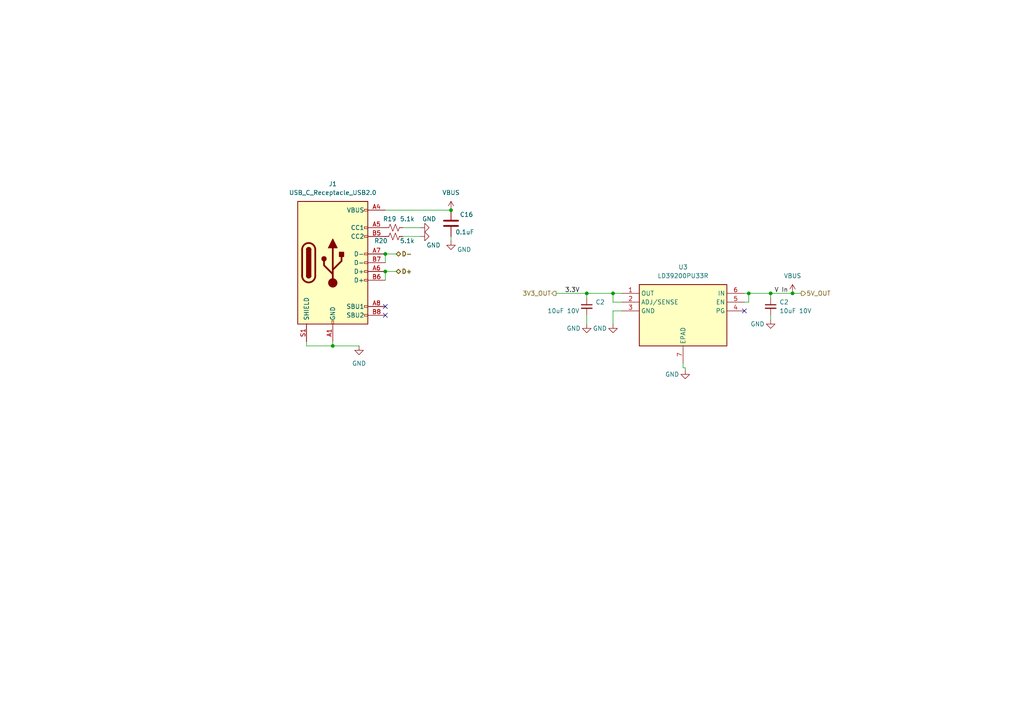
<source format=kicad_sch>
(kicad_sch (version 20230121) (generator eeschema)

  (uuid a0e599ec-1a45-4b6f-a69a-c91e8484885c)

  (paper "A4")

  (lib_symbols
    (symbol "Connector:USB_C_Receptacle_USB2.0" (pin_names (offset 1.016)) (in_bom yes) (on_board yes)
      (property "Reference" "J" (at -10.16 19.05 0)
        (effects (font (size 1.27 1.27)) (justify left))
      )
      (property "Value" "USB_C_Receptacle_USB2.0" (at 19.05 19.05 0)
        (effects (font (size 1.27 1.27)) (justify right))
      )
      (property "Footprint" "" (at 3.81 0 0)
        (effects (font (size 1.27 1.27)) hide)
      )
      (property "Datasheet" "https://www.usb.org/sites/default/files/documents/usb_type-c.zip" (at 3.81 0 0)
        (effects (font (size 1.27 1.27)) hide)
      )
      (property "ki_keywords" "usb universal serial bus type-C USB2.0" (at 0 0 0)
        (effects (font (size 1.27 1.27)) hide)
      )
      (property "ki_description" "USB 2.0-only Type-C Receptacle connector" (at 0 0 0)
        (effects (font (size 1.27 1.27)) hide)
      )
      (property "ki_fp_filters" "USB*C*Receptacle*" (at 0 0 0)
        (effects (font (size 1.27 1.27)) hide)
      )
      (symbol "USB_C_Receptacle_USB2.0_0_0"
        (rectangle (start -0.254 -17.78) (end 0.254 -16.764)
          (stroke (width 0) (type default))
          (fill (type none))
        )
        (rectangle (start 10.16 -14.986) (end 9.144 -15.494)
          (stroke (width 0) (type default))
          (fill (type none))
        )
        (rectangle (start 10.16 -12.446) (end 9.144 -12.954)
          (stroke (width 0) (type default))
          (fill (type none))
        )
        (rectangle (start 10.16 -4.826) (end 9.144 -5.334)
          (stroke (width 0) (type default))
          (fill (type none))
        )
        (rectangle (start 10.16 -2.286) (end 9.144 -2.794)
          (stroke (width 0) (type default))
          (fill (type none))
        )
        (rectangle (start 10.16 0.254) (end 9.144 -0.254)
          (stroke (width 0) (type default))
          (fill (type none))
        )
        (rectangle (start 10.16 2.794) (end 9.144 2.286)
          (stroke (width 0) (type default))
          (fill (type none))
        )
        (rectangle (start 10.16 7.874) (end 9.144 7.366)
          (stroke (width 0) (type default))
          (fill (type none))
        )
        (rectangle (start 10.16 10.414) (end 9.144 9.906)
          (stroke (width 0) (type default))
          (fill (type none))
        )
        (rectangle (start 10.16 15.494) (end 9.144 14.986)
          (stroke (width 0) (type default))
          (fill (type none))
        )
      )
      (symbol "USB_C_Receptacle_USB2.0_0_1"
        (rectangle (start -10.16 17.78) (end 10.16 -17.78)
          (stroke (width 0.254) (type default))
          (fill (type background))
        )
        (arc (start -8.89 -3.81) (mid -6.985 -5.7067) (end -5.08 -3.81)
          (stroke (width 0.508) (type default))
          (fill (type none))
        )
        (arc (start -7.62 -3.81) (mid -6.985 -4.4423) (end -6.35 -3.81)
          (stroke (width 0.254) (type default))
          (fill (type none))
        )
        (arc (start -7.62 -3.81) (mid -6.985 -4.4423) (end -6.35 -3.81)
          (stroke (width 0.254) (type default))
          (fill (type outline))
        )
        (rectangle (start -7.62 -3.81) (end -6.35 3.81)
          (stroke (width 0.254) (type default))
          (fill (type outline))
        )
        (arc (start -6.35 3.81) (mid -6.985 4.4423) (end -7.62 3.81)
          (stroke (width 0.254) (type default))
          (fill (type none))
        )
        (arc (start -6.35 3.81) (mid -6.985 4.4423) (end -7.62 3.81)
          (stroke (width 0.254) (type default))
          (fill (type outline))
        )
        (arc (start -5.08 3.81) (mid -6.985 5.7067) (end -8.89 3.81)
          (stroke (width 0.508) (type default))
          (fill (type none))
        )
        (circle (center -2.54 1.143) (radius 0.635)
          (stroke (width 0.254) (type default))
          (fill (type outline))
        )
        (circle (center 0 -5.842) (radius 1.27)
          (stroke (width 0) (type default))
          (fill (type outline))
        )
        (polyline
          (pts
            (xy -8.89 -3.81)
            (xy -8.89 3.81)
          )
          (stroke (width 0.508) (type default))
          (fill (type none))
        )
        (polyline
          (pts
            (xy -5.08 3.81)
            (xy -5.08 -3.81)
          )
          (stroke (width 0.508) (type default))
          (fill (type none))
        )
        (polyline
          (pts
            (xy 0 -5.842)
            (xy 0 4.318)
          )
          (stroke (width 0.508) (type default))
          (fill (type none))
        )
        (polyline
          (pts
            (xy 0 -3.302)
            (xy -2.54 -0.762)
            (xy -2.54 0.508)
          )
          (stroke (width 0.508) (type default))
          (fill (type none))
        )
        (polyline
          (pts
            (xy 0 -2.032)
            (xy 2.54 0.508)
            (xy 2.54 1.778)
          )
          (stroke (width 0.508) (type default))
          (fill (type none))
        )
        (polyline
          (pts
            (xy -1.27 4.318)
            (xy 0 6.858)
            (xy 1.27 4.318)
            (xy -1.27 4.318)
          )
          (stroke (width 0.254) (type default))
          (fill (type outline))
        )
        (rectangle (start 1.905 1.778) (end 3.175 3.048)
          (stroke (width 0.254) (type default))
          (fill (type outline))
        )
      )
      (symbol "USB_C_Receptacle_USB2.0_1_1"
        (pin passive line (at 0 -22.86 90) (length 5.08)
          (name "GND" (effects (font (size 1.27 1.27))))
          (number "A1" (effects (font (size 1.27 1.27))))
        )
        (pin passive line (at 0 -22.86 90) (length 5.08) hide
          (name "GND" (effects (font (size 1.27 1.27))))
          (number "A12" (effects (font (size 1.27 1.27))))
        )
        (pin passive line (at 15.24 15.24 180) (length 5.08)
          (name "VBUS" (effects (font (size 1.27 1.27))))
          (number "A4" (effects (font (size 1.27 1.27))))
        )
        (pin bidirectional line (at 15.24 10.16 180) (length 5.08)
          (name "CC1" (effects (font (size 1.27 1.27))))
          (number "A5" (effects (font (size 1.27 1.27))))
        )
        (pin bidirectional line (at 15.24 -2.54 180) (length 5.08)
          (name "D+" (effects (font (size 1.27 1.27))))
          (number "A6" (effects (font (size 1.27 1.27))))
        )
        (pin bidirectional line (at 15.24 2.54 180) (length 5.08)
          (name "D-" (effects (font (size 1.27 1.27))))
          (number "A7" (effects (font (size 1.27 1.27))))
        )
        (pin bidirectional line (at 15.24 -12.7 180) (length 5.08)
          (name "SBU1" (effects (font (size 1.27 1.27))))
          (number "A8" (effects (font (size 1.27 1.27))))
        )
        (pin passive line (at 15.24 15.24 180) (length 5.08) hide
          (name "VBUS" (effects (font (size 1.27 1.27))))
          (number "A9" (effects (font (size 1.27 1.27))))
        )
        (pin passive line (at 0 -22.86 90) (length 5.08) hide
          (name "GND" (effects (font (size 1.27 1.27))))
          (number "B1" (effects (font (size 1.27 1.27))))
        )
        (pin passive line (at 0 -22.86 90) (length 5.08) hide
          (name "GND" (effects (font (size 1.27 1.27))))
          (number "B12" (effects (font (size 1.27 1.27))))
        )
        (pin passive line (at 15.24 15.24 180) (length 5.08) hide
          (name "VBUS" (effects (font (size 1.27 1.27))))
          (number "B4" (effects (font (size 1.27 1.27))))
        )
        (pin bidirectional line (at 15.24 7.62 180) (length 5.08)
          (name "CC2" (effects (font (size 1.27 1.27))))
          (number "B5" (effects (font (size 1.27 1.27))))
        )
        (pin bidirectional line (at 15.24 -5.08 180) (length 5.08)
          (name "D+" (effects (font (size 1.27 1.27))))
          (number "B6" (effects (font (size 1.27 1.27))))
        )
        (pin bidirectional line (at 15.24 0 180) (length 5.08)
          (name "D-" (effects (font (size 1.27 1.27))))
          (number "B7" (effects (font (size 1.27 1.27))))
        )
        (pin bidirectional line (at 15.24 -15.24 180) (length 5.08)
          (name "SBU2" (effects (font (size 1.27 1.27))))
          (number "B8" (effects (font (size 1.27 1.27))))
        )
        (pin passive line (at 15.24 15.24 180) (length 5.08) hide
          (name "VBUS" (effects (font (size 1.27 1.27))))
          (number "B9" (effects (font (size 1.27 1.27))))
        )
        (pin passive line (at -7.62 -22.86 90) (length 5.08)
          (name "SHIELD" (effects (font (size 1.27 1.27))))
          (number "S1" (effects (font (size 1.27 1.27))))
        )
      )
    )
    (symbol "Device:C" (pin_numbers hide) (pin_names (offset 0.254)) (in_bom yes) (on_board yes)
      (property "Reference" "C" (at 0.635 2.54 0)
        (effects (font (size 1.27 1.27)) (justify left))
      )
      (property "Value" "C" (at 0.635 -2.54 0)
        (effects (font (size 1.27 1.27)) (justify left))
      )
      (property "Footprint" "" (at 0.9652 -3.81 0)
        (effects (font (size 1.27 1.27)) hide)
      )
      (property "Datasheet" "~" (at 0 0 0)
        (effects (font (size 1.27 1.27)) hide)
      )
      (property "ki_keywords" "cap capacitor" (at 0 0 0)
        (effects (font (size 1.27 1.27)) hide)
      )
      (property "ki_description" "Unpolarized capacitor" (at 0 0 0)
        (effects (font (size 1.27 1.27)) hide)
      )
      (property "ki_fp_filters" "C_*" (at 0 0 0)
        (effects (font (size 1.27 1.27)) hide)
      )
      (symbol "C_0_1"
        (polyline
          (pts
            (xy -2.032 -0.762)
            (xy 2.032 -0.762)
          )
          (stroke (width 0.508) (type default))
          (fill (type none))
        )
        (polyline
          (pts
            (xy -2.032 0.762)
            (xy 2.032 0.762)
          )
          (stroke (width 0.508) (type default))
          (fill (type none))
        )
      )
      (symbol "C_1_1"
        (pin passive line (at 0 3.81 270) (length 2.794)
          (name "~" (effects (font (size 1.27 1.27))))
          (number "1" (effects (font (size 1.27 1.27))))
        )
        (pin passive line (at 0 -3.81 90) (length 2.794)
          (name "~" (effects (font (size 1.27 1.27))))
          (number "2" (effects (font (size 1.27 1.27))))
        )
      )
    )
    (symbol "Device:C_Small" (pin_numbers hide) (pin_names (offset 0.254) hide) (in_bom yes) (on_board yes)
      (property "Reference" "C" (at 0.254 1.778 0)
        (effects (font (size 1.27 1.27)) (justify left))
      )
      (property "Value" "C_Small" (at 0.254 -2.032 0)
        (effects (font (size 1.27 1.27)) (justify left))
      )
      (property "Footprint" "" (at 0 0 0)
        (effects (font (size 1.27 1.27)) hide)
      )
      (property "Datasheet" "~" (at 0 0 0)
        (effects (font (size 1.27 1.27)) hide)
      )
      (property "ki_keywords" "capacitor cap" (at 0 0 0)
        (effects (font (size 1.27 1.27)) hide)
      )
      (property "ki_description" "Unpolarized capacitor, small symbol" (at 0 0 0)
        (effects (font (size 1.27 1.27)) hide)
      )
      (property "ki_fp_filters" "C_*" (at 0 0 0)
        (effects (font (size 1.27 1.27)) hide)
      )
      (symbol "C_Small_0_1"
        (polyline
          (pts
            (xy -1.524 -0.508)
            (xy 1.524 -0.508)
          )
          (stroke (width 0.3302) (type default))
          (fill (type none))
        )
        (polyline
          (pts
            (xy -1.524 0.508)
            (xy 1.524 0.508)
          )
          (stroke (width 0.3048) (type default))
          (fill (type none))
        )
      )
      (symbol "C_Small_1_1"
        (pin passive line (at 0 2.54 270) (length 2.032)
          (name "~" (effects (font (size 1.27 1.27))))
          (number "1" (effects (font (size 1.27 1.27))))
        )
        (pin passive line (at 0 -2.54 90) (length 2.032)
          (name "~" (effects (font (size 1.27 1.27))))
          (number "2" (effects (font (size 1.27 1.27))))
        )
      )
    )
    (symbol "Device:R_Small_US" (pin_numbers hide) (pin_names (offset 0.254) hide) (in_bom yes) (on_board yes)
      (property "Reference" "R" (at 0.762 0.508 0)
        (effects (font (size 1.27 1.27)) (justify left))
      )
      (property "Value" "R_Small_US" (at 0.762 -1.016 0)
        (effects (font (size 1.27 1.27)) (justify left))
      )
      (property "Footprint" "" (at 0 0 0)
        (effects (font (size 1.27 1.27)) hide)
      )
      (property "Datasheet" "~" (at 0 0 0)
        (effects (font (size 1.27 1.27)) hide)
      )
      (property "ki_keywords" "r resistor" (at 0 0 0)
        (effects (font (size 1.27 1.27)) hide)
      )
      (property "ki_description" "Resistor, small US symbol" (at 0 0 0)
        (effects (font (size 1.27 1.27)) hide)
      )
      (property "ki_fp_filters" "R_*" (at 0 0 0)
        (effects (font (size 1.27 1.27)) hide)
      )
      (symbol "R_Small_US_1_1"
        (polyline
          (pts
            (xy 0 0)
            (xy 1.016 -0.381)
            (xy 0 -0.762)
            (xy -1.016 -1.143)
            (xy 0 -1.524)
          )
          (stroke (width 0) (type default))
          (fill (type none))
        )
        (polyline
          (pts
            (xy 0 1.524)
            (xy 1.016 1.143)
            (xy 0 0.762)
            (xy -1.016 0.381)
            (xy 0 0)
          )
          (stroke (width 0) (type default))
          (fill (type none))
        )
        (pin passive line (at 0 2.54 270) (length 1.016)
          (name "~" (effects (font (size 1.27 1.27))))
          (number "1" (effects (font (size 1.27 1.27))))
        )
        (pin passive line (at 0 -2.54 90) (length 1.016)
          (name "~" (effects (font (size 1.27 1.27))))
          (number "2" (effects (font (size 1.27 1.27))))
        )
      )
    )
    (symbol "SamacSys Downloaded:LD39200PU33R" (in_bom yes) (on_board yes)
      (property "Reference" "IC" (at 31.75 7.62 0)
        (effects (font (size 1.27 1.27)) (justify left top))
      )
      (property "Value" "LD39200PU33R" (at 31.75 5.08 0)
        (effects (font (size 1.27 1.27)) (justify left top))
      )
      (property "Footprint" "SON95P300X300X100-7N-D" (at 31.75 -94.92 0)
        (effects (font (size 1.27 1.27)) (justify left top) hide)
      )
      (property "Datasheet" "https://www.st.com/resource/en/datasheet/ld39200.pdf" (at 31.75 -194.92 0)
        (effects (font (size 1.27 1.27)) (justify left top) hide)
      )
      (property "Height" "1" (at 31.75 -394.92 0)
        (effects (font (size 1.27 1.27)) (justify left top) hide)
      )
      (property "Mouser Part Number" "511-LD39200PU33R" (at 31.75 -494.92 0)
        (effects (font (size 1.27 1.27)) (justify left top) hide)
      )
      (property "Mouser Price/Stock" "https://www.mouser.co.uk/ProductDetail/STMicroelectronics/LD39200PU33R?qs=WHlX%252B%252B9%2FRwAl6%2FJDqRS1uw%3D%3D" (at 31.75 -594.92 0)
        (effects (font (size 1.27 1.27)) (justify left top) hide)
      )
      (property "Manufacturer_Name" "STMicroelectronics" (at 31.75 -694.92 0)
        (effects (font (size 1.27 1.27)) (justify left top) hide)
      )
      (property "Manufacturer_Part_Number" "LD39200PU33R" (at 31.75 -794.92 0)
        (effects (font (size 1.27 1.27)) (justify left top) hide)
      )
      (property "ki_description" "LDO Voltage Regulators 2 A high PSRR ultra low drop linear regulator with reverse current protection" (at 0 0 0)
        (effects (font (size 1.27 1.27)) hide)
      )
      (symbol "LD39200PU33R_1_1"
        (rectangle (start 5.08 2.54) (end 30.48 -15.24)
          (stroke (width 0.254) (type default))
          (fill (type background))
        )
        (pin passive line (at 0 0 0) (length 5.08)
          (name "OUT" (effects (font (size 1.27 1.27))))
          (number "1" (effects (font (size 1.27 1.27))))
        )
        (pin passive line (at 0 -2.54 0) (length 5.08)
          (name "ADJ/SENSE" (effects (font (size 1.27 1.27))))
          (number "2" (effects (font (size 1.27 1.27))))
        )
        (pin passive line (at 0 -5.08 0) (length 5.08)
          (name "GND" (effects (font (size 1.27 1.27))))
          (number "3" (effects (font (size 1.27 1.27))))
        )
        (pin passive line (at 35.56 -5.08 180) (length 5.08)
          (name "PG" (effects (font (size 1.27 1.27))))
          (number "4" (effects (font (size 1.27 1.27))))
        )
        (pin passive line (at 35.56 -2.54 180) (length 5.08)
          (name "EN" (effects (font (size 1.27 1.27))))
          (number "5" (effects (font (size 1.27 1.27))))
        )
        (pin passive line (at 35.56 0 180) (length 5.08)
          (name "IN" (effects (font (size 1.27 1.27))))
          (number "6" (effects (font (size 1.27 1.27))))
        )
        (pin passive line (at 17.78 -20.32 90) (length 5.08)
          (name "EPAD" (effects (font (size 1.27 1.27))))
          (number "7" (effects (font (size 1.27 1.27))))
        )
      )
    )
    (symbol "power:GND" (power) (pin_names (offset 0)) (in_bom yes) (on_board yes)
      (property "Reference" "#PWR" (at 0 -6.35 0)
        (effects (font (size 1.27 1.27)) hide)
      )
      (property "Value" "GND" (at 0 -3.81 0)
        (effects (font (size 1.27 1.27)))
      )
      (property "Footprint" "" (at 0 0 0)
        (effects (font (size 1.27 1.27)) hide)
      )
      (property "Datasheet" "" (at 0 0 0)
        (effects (font (size 1.27 1.27)) hide)
      )
      (property "ki_keywords" "global power" (at 0 0 0)
        (effects (font (size 1.27 1.27)) hide)
      )
      (property "ki_description" "Power symbol creates a global label with name \"GND\" , ground" (at 0 0 0)
        (effects (font (size 1.27 1.27)) hide)
      )
      (symbol "GND_0_1"
        (polyline
          (pts
            (xy 0 0)
            (xy 0 -1.27)
            (xy 1.27 -1.27)
            (xy 0 -2.54)
            (xy -1.27 -1.27)
            (xy 0 -1.27)
          )
          (stroke (width 0) (type default))
          (fill (type none))
        )
      )
      (symbol "GND_1_1"
        (pin power_in line (at 0 0 270) (length 0) hide
          (name "GND" (effects (font (size 1.27 1.27))))
          (number "1" (effects (font (size 1.27 1.27))))
        )
      )
    )
    (symbol "power:VBUS" (power) (pin_names (offset 0)) (in_bom yes) (on_board yes)
      (property "Reference" "#PWR" (at 0 -3.81 0)
        (effects (font (size 1.27 1.27)) hide)
      )
      (property "Value" "VBUS" (at 0 3.81 0)
        (effects (font (size 1.27 1.27)))
      )
      (property "Footprint" "" (at 0 0 0)
        (effects (font (size 1.27 1.27)) hide)
      )
      (property "Datasheet" "" (at 0 0 0)
        (effects (font (size 1.27 1.27)) hide)
      )
      (property "ki_keywords" "global power" (at 0 0 0)
        (effects (font (size 1.27 1.27)) hide)
      )
      (property "ki_description" "Power symbol creates a global label with name \"VBUS\"" (at 0 0 0)
        (effects (font (size 1.27 1.27)) hide)
      )
      (symbol "VBUS_0_1"
        (polyline
          (pts
            (xy -0.762 1.27)
            (xy 0 2.54)
          )
          (stroke (width 0) (type default))
          (fill (type none))
        )
        (polyline
          (pts
            (xy 0 0)
            (xy 0 2.54)
          )
          (stroke (width 0) (type default))
          (fill (type none))
        )
        (polyline
          (pts
            (xy 0 2.54)
            (xy 0.762 1.27)
          )
          (stroke (width 0) (type default))
          (fill (type none))
        )
      )
      (symbol "VBUS_1_1"
        (pin power_in line (at 0 0 90) (length 0) hide
          (name "VBUS" (effects (font (size 1.27 1.27))))
          (number "1" (effects (font (size 1.27 1.27))))
        )
      )
    )
  )

  (junction (at 177.8 85.09) (diameter 0) (color 0 0 0 0)
    (uuid 2290b6a2-5fc3-433f-ade9-9131648b863e)
  )
  (junction (at 111.76 73.66) (diameter 0) (color 0 0 0 0)
    (uuid 303cff81-30d7-4636-ab11-13ab2676c1b1)
  )
  (junction (at 170.18 85.09) (diameter 0) (color 0 0 0 0)
    (uuid 477acef4-8c11-4c3e-a0f1-ec67604a7709)
  )
  (junction (at 229.87 85.09) (diameter 0) (color 0 0 0 0)
    (uuid 6fa21f56-e635-4232-9fbb-94b392394d2d)
  )
  (junction (at 217.17 85.09) (diameter 0) (color 0 0 0 0)
    (uuid 7170ad97-a2dc-4ea3-a779-e44163d84eb0)
  )
  (junction (at 130.81 60.96) (diameter 0) (color 0 0 0 0)
    (uuid 98074f87-8571-4240-a891-7090c97710f9)
  )
  (junction (at 111.76 78.74) (diameter 0) (color 0 0 0 0)
    (uuid c793bd99-8679-48b7-a4ed-09ef916dc374)
  )
  (junction (at 96.52 100.33) (diameter 0) (color 0 0 0 0)
    (uuid e0cd3ca4-a9ef-475f-9524-3d1b39195177)
  )
  (junction (at 223.52 85.09) (diameter 0) (color 0 0 0 0)
    (uuid e926a9c5-6fab-40b7-b767-d3afeaf4fbcc)
  )

  (no_connect (at 111.76 91.44) (uuid 80c83373-6e57-4f6e-b781-334b43225708))
  (no_connect (at 215.9 90.17) (uuid c3257f24-858b-4e0c-a67d-c69e4673dc76))
  (no_connect (at 111.76 88.9) (uuid d0c402bd-16c4-4baa-86e7-d34ca3ca9f58))

  (wire (pts (xy 217.17 87.63) (xy 217.17 85.09))
    (stroke (width 0) (type default))
    (uuid 09e03e18-3a3b-4480-a47d-ed96b3869704)
  )
  (wire (pts (xy 223.52 85.09) (xy 229.87 85.09))
    (stroke (width 0) (type default))
    (uuid 0bc26662-eba5-4788-92f8-0e58f73be5c6)
  )
  (wire (pts (xy 114.935 73.66) (xy 111.76 73.66))
    (stroke (width 0) (type default))
    (uuid 13584fc7-dec9-4060-a553-2ea886b61fc2)
  )
  (wire (pts (xy 111.76 60.96) (xy 130.81 60.96))
    (stroke (width 0) (type default))
    (uuid 1826c6fb-1b1d-434d-919b-202395d05011)
  )
  (wire (pts (xy 88.9 100.33) (xy 96.52 100.33))
    (stroke (width 0) (type default))
    (uuid 23f09c55-4110-4d1f-86bb-017c33069554)
  )
  (wire (pts (xy 223.52 91.44) (xy 223.52 92.71))
    (stroke (width 0) (type default))
    (uuid 2576b6dc-dc2b-4b4b-9423-a4402c443599)
  )
  (wire (pts (xy 229.87 85.09) (xy 232.41 85.09))
    (stroke (width 0) (type default))
    (uuid 274391f3-232a-49d7-85b7-5ed304025cc7)
  )
  (wire (pts (xy 177.8 93.98) (xy 177.8 90.17))
    (stroke (width 0) (type default))
    (uuid 28453010-89a0-4072-a313-c8f95a8408e3)
  )
  (wire (pts (xy 198.755 106.68) (xy 198.755 107.315))
    (stroke (width 0) (type default))
    (uuid 2cc40fc7-4203-4c87-a45a-d549eb00fe9e)
  )
  (wire (pts (xy 177.8 90.17) (xy 180.34 90.17))
    (stroke (width 0) (type default))
    (uuid 2d0da11c-02d0-4c2b-b4bb-f5485ffbaf94)
  )
  (wire (pts (xy 111.76 78.74) (xy 111.76 81.28))
    (stroke (width 0) (type default))
    (uuid 36fe5f12-61c9-4419-bba9-3d0f598a8a1d)
  )
  (wire (pts (xy 96.52 100.33) (xy 104.14 100.33))
    (stroke (width 0) (type default))
    (uuid 3e99ad6e-0d10-47bc-b670-e270db2bdf64)
  )
  (wire (pts (xy 215.9 87.63) (xy 217.17 87.63))
    (stroke (width 0) (type default))
    (uuid 4a8d83b6-e5dc-485a-b950-4e965b377d65)
  )
  (wire (pts (xy 130.81 68.58) (xy 130.81 69.85))
    (stroke (width 0) (type default))
    (uuid 5e15260a-8086-4612-a8bf-dd38899f62d1)
  )
  (wire (pts (xy 180.34 87.63) (xy 177.8 87.63))
    (stroke (width 0) (type default))
    (uuid 5f82aff5-80cc-4763-8363-f08359347700)
  )
  (wire (pts (xy 177.8 85.09) (xy 177.8 87.63))
    (stroke (width 0) (type default))
    (uuid 6a55ad7e-c5e8-4919-96d4-5c90ad92580a)
  )
  (wire (pts (xy 121.92 68.58) (xy 116.84 68.58))
    (stroke (width 0) (type default))
    (uuid 6f7f8729-fb14-454f-ba73-8b027d1c3d7e)
  )
  (wire (pts (xy 96.52 99.06) (xy 96.52 100.33))
    (stroke (width 0) (type default))
    (uuid 7846b0a6-28d5-4f2b-a3cf-325f786bc038)
  )
  (wire (pts (xy 88.9 99.06) (xy 88.9 100.33))
    (stroke (width 0) (type default))
    (uuid 7b09d259-11d4-4f0f-9feb-6b4176a26232)
  )
  (wire (pts (xy 198.12 106.68) (xy 198.755 106.68))
    (stroke (width 0) (type default))
    (uuid 7ff1fda1-db1d-4af4-a903-25279da9a24d)
  )
  (wire (pts (xy 217.17 85.09) (xy 223.52 85.09))
    (stroke (width 0) (type default))
    (uuid 82dbbbf5-378f-445a-9b65-36d831cdd96c)
  )
  (wire (pts (xy 170.18 85.09) (xy 177.8 85.09))
    (stroke (width 0) (type default))
    (uuid a8f2093f-976c-497d-81fa-d6d0ca603f42)
  )
  (wire (pts (xy 177.8 85.09) (xy 180.34 85.09))
    (stroke (width 0) (type default))
    (uuid a9be00aa-894b-4223-89a6-f912f75efcc0)
  )
  (wire (pts (xy 111.76 73.66) (xy 111.76 76.2))
    (stroke (width 0) (type default))
    (uuid aaaafac5-813e-4cdf-9099-e8f80f585e91)
  )
  (wire (pts (xy 223.52 86.36) (xy 223.52 85.09))
    (stroke (width 0) (type default))
    (uuid bd29ef4e-0910-4a08-abb4-a154890b29a3)
  )
  (wire (pts (xy 161.29 85.09) (xy 170.18 85.09))
    (stroke (width 0) (type default))
    (uuid e0e9cbf0-496e-41b3-aa2a-6a3099577cda)
  )
  (wire (pts (xy 170.18 85.09) (xy 170.18 86.36))
    (stroke (width 0) (type default))
    (uuid e19f17d4-a97e-4d6b-9f3b-800c73b6808e)
  )
  (wire (pts (xy 198.12 105.41) (xy 198.12 106.68))
    (stroke (width 0) (type default))
    (uuid e83c5e20-20d5-421b-a195-80a6707f0040)
  )
  (wire (pts (xy 121.92 66.04) (xy 116.84 66.04))
    (stroke (width 0) (type default))
    (uuid e8942a53-821e-4888-b937-a7f9185e3eb1)
  )
  (wire (pts (xy 170.18 91.44) (xy 170.18 93.98))
    (stroke (width 0) (type default))
    (uuid ea44db2c-1566-47d2-817b-59fae9e1b2ba)
  )
  (wire (pts (xy 215.9 85.09) (xy 217.17 85.09))
    (stroke (width 0) (type default))
    (uuid eabb94f7-62a8-4ed3-bd26-22719fd10fbc)
  )
  (wire (pts (xy 114.935 78.74) (xy 111.76 78.74))
    (stroke (width 0) (type default))
    (uuid efe65fd3-f6e4-4972-bb5b-afda0689b1f6)
  )

  (label "3.3V" (at 163.83 85.09 0) (fields_autoplaced)
    (effects (font (size 1.27 1.27)) (justify left bottom))
    (uuid d9f0bef7-6744-48fa-9e53-bd93c525e7ee)
  )
  (label "V In" (at 228.6 85.09 180) (fields_autoplaced)
    (effects (font (size 1.27 1.27)) (justify right bottom))
    (uuid e589f2a1-0927-4769-a17f-38c02af22267)
  )

  (hierarchical_label "5V_OUT" (shape output) (at 232.41 85.09 0) (fields_autoplaced)
    (effects (font (size 1.27 1.27)) (justify left))
    (uuid 5539ab7f-fc20-405c-a504-4872d904ce21)
  )
  (hierarchical_label "D-" (shape bidirectional) (at 114.935 73.66 0) (fields_autoplaced)
    (effects (font (size 1.27 1.27) bold) (justify left))
    (uuid a0903a4b-a05c-4cf4-b15d-962c5729313e)
  )
  (hierarchical_label "3V3_OUT" (shape output) (at 161.29 85.09 180) (fields_autoplaced)
    (effects (font (size 1.27 1.27)) (justify right))
    (uuid a22127b8-65d1-4925-b4af-3229cb309375)
  )
  (hierarchical_label "D+" (shape bidirectional) (at 114.935 78.74 0) (fields_autoplaced)
    (effects (font (size 1.27 1.27) bold) (justify left))
    (uuid c586dfc8-95fd-4de4-9123-4015243fbce6)
  )

  (symbol (lib_id "power:GND") (at 223.52 92.71 0) (unit 1)
    (in_bom yes) (on_board yes) (dnp no)
    (uuid 1ff313e0-1be0-430d-b90b-abc41f85c4c9)
    (property "Reference" "#PWR042" (at 223.52 99.06 0)
      (effects (font (size 1.27 1.27)) hide)
    )
    (property "Value" "GND" (at 219.71 93.98 0)
      (effects (font (size 1.27 1.27)))
    )
    (property "Footprint" "" (at 223.52 92.71 0)
      (effects (font (size 1.27 1.27)) hide)
    )
    (property "Datasheet" "" (at 223.52 92.71 0)
      (effects (font (size 1.27 1.27)) hide)
    )
    (pin "1" (uuid f0128e12-54a4-4a58-ae95-2b6ad370849e))
    (instances
      (project "Data extraction board"
        (path "/7a131ccb-a781-403a-9e17-1d8c045ea2ab/b83f828d-8924-47a8-9973-1d5b448042ec"
          (reference "#PWR042") (unit 1)
        )
      )
      (project "HUB BasePlate"
        (path "/b69ee5fa-55c1-4f8c-90c9-854eacf817c2/c9838b1c-76cb-4879-8d84-301237ecf7c2"
          (reference "#PWR013") (unit 1)
        )
      )
      (project "sensor head test rig"
        (path "/bde774cb-3387-4e7e-9d4e-e526a502bc45/d0e1b18f-0290-4640-8149-6b09e91fa57f"
          (reference "#PWR041") (unit 1)
        )
      )
      (project "HUB TopPlate"
        (path "/c3cbbee3-62b6-4309-a9e2-deb50ed32fa7/28ef2b93-98bd-4f21-9bca-1d6992b20de5"
          (reference "#PWR060") (unit 1)
        )
      )
      (project "VTM BLOCK"
        (path "/df24e1c9-3747-4329-91ef-e2f1f69ff31e"
          (reference "#PWR013") (unit 1)
        )
      )
      (project "Power"
        (path "/edc6ea62-5793-41d7-a349-f48df7d7e88d"
          (reference "#PWR042") (unit 1)
        )
      )
    )
  )

  (symbol (lib_id "Connector:USB_C_Receptacle_USB2.0") (at 96.52 76.2 0) (unit 1)
    (in_bom yes) (on_board yes) (dnp no) (fields_autoplaced)
    (uuid 2bc7ee52-8a6b-4818-bd7a-72804511fd85)
    (property "Reference" "J1" (at 96.52 53.34 0)
      (effects (font (size 1.27 1.27)))
    )
    (property "Value" "USB_C_Receptacle_USB2.0" (at 96.52 55.88 0)
      (effects (font (size 1.27 1.27)))
    )
    (property "Footprint" "Connector_USB:USB_C_Receptacle_HRO_TYPE-C-31-M-12" (at 100.33 76.2 0)
      (effects (font (size 1.27 1.27)) hide)
    )
    (property "Datasheet" "https://www.usb.org/sites/default/files/documents/usb_type-c.zip" (at 100.33 76.2 0)
      (effects (font (size 1.27 1.27)) hide)
    )
    (pin "A1" (uuid d3af52d6-5c1a-449b-be04-defbcdfbdb4e))
    (pin "A12" (uuid f2adbdda-2a8b-4473-a65e-ccffe0f18680))
    (pin "A4" (uuid 369f925d-2944-4094-a0b9-50d0f1a70d78))
    (pin "A5" (uuid a68a4c22-f647-4e81-a3fd-c977325128ab))
    (pin "A6" (uuid 9dfa4e2e-447c-4b21-8d30-59929d41ee2e))
    (pin "A7" (uuid 7ffb0239-27ed-4f47-91b9-71be40acdfd5))
    (pin "A8" (uuid 4d1a77ea-cc24-4df4-8afd-144a7c50d7dd))
    (pin "A9" (uuid 817fddbd-489c-42ed-83b4-8bfe7e0261ac))
    (pin "B1" (uuid 6b968c4b-28b0-4f97-a7a8-a1f98150f438))
    (pin "B12" (uuid ab81ea85-4cff-4632-9ad9-e8a641c37b58))
    (pin "B4" (uuid ba6d29dd-51b0-4120-89d2-eee8d9de85de))
    (pin "B5" (uuid fde3ae45-d99f-4ccb-abeb-2fe80f515972))
    (pin "B6" (uuid 83622759-f5fe-4a48-a725-3abaa2e10901))
    (pin "B7" (uuid 8f86cfc7-42bb-49a6-9a6f-2c8617af232f))
    (pin "B8" (uuid 45d1e969-ca70-4fc7-a6fa-9be0bd5ca5c1))
    (pin "B9" (uuid e4959599-533e-4136-886d-7fcfd8433d10))
    (pin "S1" (uuid dda21abe-7398-499c-99a3-f5927ebef95f))
    (instances
      (project "Data extraction board"
        (path "/7a131ccb-a781-403a-9e17-1d8c045ea2ab/b83f828d-8924-47a8-9973-1d5b448042ec"
          (reference "J1") (unit 1)
        )
      )
      (project "sensor head test rig"
        (path "/bde774cb-3387-4e7e-9d4e-e526a502bc45/d0e1b18f-0290-4640-8149-6b09e91fa57f"
          (reference "J5") (unit 1)
        )
      )
      (project "Power"
        (path "/edc6ea62-5793-41d7-a349-f48df7d7e88d"
          (reference "J1") (unit 1)
        )
      )
    )
  )

  (symbol (lib_id "Device:C_Small") (at 223.52 88.9 0) (unit 1)
    (in_bom yes) (on_board yes) (dnp no)
    (uuid 2dea0633-598e-424d-a32f-2baf8879d79b)
    (property "Reference" "C2" (at 226.06 87.63 0)
      (effects (font (size 1.27 1.27)) (justify left))
    )
    (property "Value" "10uF 10V" (at 226.06 90.17 0)
      (effects (font (size 1.27 1.27)) (justify left))
    )
    (property "Footprint" "Capacitor_SMD:C_0805_2012Metric" (at 223.52 88.9 0)
      (effects (font (size 1.27 1.27)) hide)
    )
    (property "Datasheet" "~" (at 223.52 88.9 0)
      (effects (font (size 1.27 1.27)) hide)
    )
    (pin "1" (uuid 3ee64212-1dec-470c-b49d-11b10fece94c))
    (pin "2" (uuid 8d0d4a2d-e594-40dd-8c1f-2cf2018bf068))
    (instances
      (project "CSM Proto V3.0"
        (path "/4fc0c42c-82a9-4869-97ae-781efb00aa61/179db2ae-efc0-49af-a990-14e5a14c1327"
          (reference "C2") (unit 1)
        )
      )
      (project "HUB Board V2.0"
        (path "/6956a207-fa9e-4e68-a8d0-989393d9fc14/d4feb02e-69aa-448a-9fcd-d2c2d625ed4b"
          (reference "C4") (unit 1)
        )
      )
      (project "Data extraction board"
        (path "/7a131ccb-a781-403a-9e17-1d8c045ea2ab/b83f828d-8924-47a8-9973-1d5b448042ec"
          (reference "C18") (unit 1)
        )
      )
      (project "HUB BasePlate"
        (path "/b69ee5fa-55c1-4f8c-90c9-854eacf817c2/c9838b1c-76cb-4879-8d84-301237ecf7c2"
          (reference "C6") (unit 1)
        )
      )
      (project "sensor head test rig"
        (path "/bde774cb-3387-4e7e-9d4e-e526a502bc45/d0e1b18f-0290-4640-8149-6b09e91fa57f"
          (reference "C20") (unit 1)
        )
      )
      (project "HUB TopPlate"
        (path "/c3cbbee3-62b6-4309-a9e2-deb50ed32fa7/28ef2b93-98bd-4f21-9bca-1d6992b20de5"
          (reference "C10") (unit 1)
        )
      )
      (project "VTM BLOCK"
        (path "/df24e1c9-3747-4329-91ef-e2f1f69ff31e"
          (reference "C2") (unit 1)
        )
      )
      (project "Power"
        (path "/edc6ea62-5793-41d7-a349-f48df7d7e88d"
          (reference "C2") (unit 1)
        )
      )
    )
  )

  (symbol (lib_id "power:GND") (at 130.81 69.85 0) (unit 1)
    (in_bom yes) (on_board yes) (dnp no)
    (uuid 49c3d88a-a8cb-4a90-83a7-8e1c74097a4a)
    (property "Reference" "#PWR038" (at 130.81 76.2 0)
      (effects (font (size 1.27 1.27)) hide)
    )
    (property "Value" "GND" (at 134.62 72.39 0)
      (effects (font (size 1.27 1.27)))
    )
    (property "Footprint" "" (at 130.81 69.85 0)
      (effects (font (size 1.27 1.27)) hide)
    )
    (property "Datasheet" "" (at 130.81 69.85 0)
      (effects (font (size 1.27 1.27)) hide)
    )
    (pin "1" (uuid 906f4d29-53cf-4084-bfe9-c15e992384f5))
    (instances
      (project "Data extraction board"
        (path "/7a131ccb-a781-403a-9e17-1d8c045ea2ab/b83f828d-8924-47a8-9973-1d5b448042ec"
          (reference "#PWR038") (unit 1)
        )
      )
      (project "sensor head test rig"
        (path "/bde774cb-3387-4e7e-9d4e-e526a502bc45/d0e1b18f-0290-4640-8149-6b09e91fa57f"
          (reference "#PWR037") (unit 1)
        )
      )
      (project "Power"
        (path "/edc6ea62-5793-41d7-a349-f48df7d7e88d"
          (reference "#PWR038") (unit 1)
        )
      )
    )
  )

  (symbol (lib_id "power:GND") (at 198.755 107.315 0) (unit 1)
    (in_bom yes) (on_board yes) (dnp no)
    (uuid 4b6cefdc-f8f7-43fd-9809-29e822b85807)
    (property "Reference" "#PWR041" (at 198.755 113.665 0)
      (effects (font (size 1.27 1.27)) hide)
    )
    (property "Value" "GND" (at 194.945 108.585 0)
      (effects (font (size 1.27 1.27)))
    )
    (property "Footprint" "" (at 198.755 107.315 0)
      (effects (font (size 1.27 1.27)) hide)
    )
    (property "Datasheet" "" (at 198.755 107.315 0)
      (effects (font (size 1.27 1.27)) hide)
    )
    (pin "1" (uuid b3ef0df5-02ea-4632-b5d0-2a9664f89726))
    (instances
      (project "Data extraction board"
        (path "/7a131ccb-a781-403a-9e17-1d8c045ea2ab/b83f828d-8924-47a8-9973-1d5b448042ec"
          (reference "#PWR041") (unit 1)
        )
      )
      (project "HUB BasePlate"
        (path "/b69ee5fa-55c1-4f8c-90c9-854eacf817c2/c9838b1c-76cb-4879-8d84-301237ecf7c2"
          (reference "#PWR016") (unit 1)
        )
      )
      (project "sensor head test rig"
        (path "/bde774cb-3387-4e7e-9d4e-e526a502bc45/d0e1b18f-0290-4640-8149-6b09e91fa57f"
          (reference "#PWR040") (unit 1)
        )
      )
      (project "HUB TopPlate"
        (path "/c3cbbee3-62b6-4309-a9e2-deb50ed32fa7/28ef2b93-98bd-4f21-9bca-1d6992b20de5"
          (reference "#PWR059") (unit 1)
        )
      )
      (project "VTM BLOCK"
        (path "/df24e1c9-3747-4329-91ef-e2f1f69ff31e"
          (reference "#PWR016") (unit 1)
        )
      )
      (project "Power"
        (path "/edc6ea62-5793-41d7-a349-f48df7d7e88d"
          (reference "#PWR041") (unit 1)
        )
      )
    )
  )

  (symbol (lib_id "Device:C_Small") (at 170.18 88.9 0) (unit 1)
    (in_bom yes) (on_board yes) (dnp no)
    (uuid 4fbc9fcb-886e-4836-b247-87f0928f6790)
    (property "Reference" "C2" (at 172.72 87.63 0)
      (effects (font (size 1.27 1.27)) (justify left))
    )
    (property "Value" "10uF 10V" (at 158.75 90.17 0)
      (effects (font (size 1.27 1.27)) (justify left))
    )
    (property "Footprint" "Capacitor_SMD:C_0805_2012Metric" (at 170.18 88.9 0)
      (effects (font (size 1.27 1.27)) hide)
    )
    (property "Datasheet" "~" (at 170.18 88.9 0)
      (effects (font (size 1.27 1.27)) hide)
    )
    (pin "1" (uuid e8aad54c-6ea2-4683-9228-34eb08c65c44))
    (pin "2" (uuid 94836846-ea3d-4b28-9a70-0b1d8180e994))
    (instances
      (project "CSM Proto V3.0"
        (path "/4fc0c42c-82a9-4869-97ae-781efb00aa61/179db2ae-efc0-49af-a990-14e5a14c1327"
          (reference "C2") (unit 1)
        )
      )
      (project "HUB Board V2.0"
        (path "/6956a207-fa9e-4e68-a8d0-989393d9fc14/d4feb02e-69aa-448a-9fcd-d2c2d625ed4b"
          (reference "C4") (unit 1)
        )
      )
      (project "Data extraction board"
        (path "/7a131ccb-a781-403a-9e17-1d8c045ea2ab/b83f828d-8924-47a8-9973-1d5b448042ec"
          (reference "C17") (unit 1)
        )
      )
      (project "HUB BasePlate"
        (path "/b69ee5fa-55c1-4f8c-90c9-854eacf817c2/c9838b1c-76cb-4879-8d84-301237ecf7c2"
          (reference "C7") (unit 1)
        )
      )
      (project "sensor head test rig"
        (path "/bde774cb-3387-4e7e-9d4e-e526a502bc45/d0e1b18f-0290-4640-8149-6b09e91fa57f"
          (reference "C19") (unit 1)
        )
      )
      (project "HUB TopPlate"
        (path "/c3cbbee3-62b6-4309-a9e2-deb50ed32fa7/28ef2b93-98bd-4f21-9bca-1d6992b20de5"
          (reference "C9") (unit 1)
        )
      )
      (project "VTM BLOCK"
        (path "/df24e1c9-3747-4329-91ef-e2f1f69ff31e"
          (reference "C2") (unit 1)
        )
      )
      (project "Power"
        (path "/edc6ea62-5793-41d7-a349-f48df7d7e88d"
          (reference "C2") (unit 1)
        )
      )
    )
  )

  (symbol (lib_id "power:GND") (at 121.92 66.04 90) (unit 1)
    (in_bom yes) (on_board yes) (dnp no)
    (uuid 63f23f2c-4858-4260-98b3-3d63f380c687)
    (property "Reference" "#PWR035" (at 128.27 66.04 0)
      (effects (font (size 1.27 1.27)) hide)
    )
    (property "Value" "GND" (at 124.46 63.5 90)
      (effects (font (size 1.27 1.27)))
    )
    (property "Footprint" "" (at 121.92 66.04 0)
      (effects (font (size 1.27 1.27)) hide)
    )
    (property "Datasheet" "" (at 121.92 66.04 0)
      (effects (font (size 1.27 1.27)) hide)
    )
    (pin "1" (uuid 8acaac8e-9779-4c48-9716-850f42db1971))
    (instances
      (project "Data extraction board"
        (path "/7a131ccb-a781-403a-9e17-1d8c045ea2ab/b83f828d-8924-47a8-9973-1d5b448042ec"
          (reference "#PWR035") (unit 1)
        )
      )
      (project "sensor head test rig"
        (path "/bde774cb-3387-4e7e-9d4e-e526a502bc45/d0e1b18f-0290-4640-8149-6b09e91fa57f"
          (reference "#PWR034") (unit 1)
        )
      )
      (project "Power"
        (path "/edc6ea62-5793-41d7-a349-f48df7d7e88d"
          (reference "#PWR035") (unit 1)
        )
      )
    )
  )

  (symbol (lib_id "power:VBUS") (at 130.81 60.96 0) (unit 1)
    (in_bom yes) (on_board yes) (dnp no) (fields_autoplaced)
    (uuid 696fd34b-4693-4ee9-b28c-619cf136aad8)
    (property "Reference" "#PWR037" (at 130.81 64.77 0)
      (effects (font (size 1.27 1.27)) hide)
    )
    (property "Value" "VBUS" (at 130.81 55.88 0)
      (effects (font (size 1.27 1.27)))
    )
    (property "Footprint" "" (at 130.81 60.96 0)
      (effects (font (size 1.27 1.27)) hide)
    )
    (property "Datasheet" "" (at 130.81 60.96 0)
      (effects (font (size 1.27 1.27)) hide)
    )
    (pin "1" (uuid 0c6de7a5-2fa0-4ec8-820d-376cbc995074))
    (instances
      (project "Data extraction board"
        (path "/7a131ccb-a781-403a-9e17-1d8c045ea2ab/b83f828d-8924-47a8-9973-1d5b448042ec"
          (reference "#PWR037") (unit 1)
        )
      )
      (project "sensor head test rig"
        (path "/bde774cb-3387-4e7e-9d4e-e526a502bc45/d0e1b18f-0290-4640-8149-6b09e91fa57f"
          (reference "#PWR036") (unit 1)
        )
      )
      (project "Power"
        (path "/edc6ea62-5793-41d7-a349-f48df7d7e88d"
          (reference "#PWR037") (unit 1)
        )
      )
    )
  )

  (symbol (lib_id "Device:R_Small_US") (at 114.3 68.58 90) (unit 1)
    (in_bom yes) (on_board yes) (dnp no)
    (uuid 99f4edb0-22e3-4187-8c4b-3e04f109aebc)
    (property "Reference" "R20" (at 110.49 69.85 90)
      (effects (font (size 1.27 1.27)))
    )
    (property "Value" "5.1k" (at 118.11 69.85 90)
      (effects (font (size 1.27 1.27)))
    )
    (property "Footprint" "Resistor_SMD:R_0402_1005Metric" (at 114.3 68.58 0)
      (effects (font (size 1.27 1.27)) hide)
    )
    (property "Datasheet" "~" (at 114.3 68.58 0)
      (effects (font (size 1.27 1.27)) hide)
    )
    (pin "1" (uuid 294d152d-ff33-441a-aaee-8e49763ea809))
    (pin "2" (uuid 3fc87c9a-d641-4dab-997a-84f08caa3bb4))
    (instances
      (project "Data extraction board"
        (path "/7a131ccb-a781-403a-9e17-1d8c045ea2ab/b83f828d-8924-47a8-9973-1d5b448042ec"
          (reference "R20") (unit 1)
        )
      )
      (project "sensor head test rig"
        (path "/bde774cb-3387-4e7e-9d4e-e526a502bc45/d0e1b18f-0290-4640-8149-6b09e91fa57f"
          (reference "R4") (unit 1)
        )
      )
      (project "Power"
        (path "/edc6ea62-5793-41d7-a349-f48df7d7e88d"
          (reference "R20") (unit 1)
        )
      )
    )
  )

  (symbol (lib_id "Device:C") (at 130.81 64.77 0) (unit 1)
    (in_bom yes) (on_board yes) (dnp no)
    (uuid a9ecf33e-afaf-45d4-beff-98f05f1a7934)
    (property "Reference" "C16" (at 133.35 62.23 0)
      (effects (font (size 1.27 1.27)) (justify left))
    )
    (property "Value" "0.1uF" (at 132.08 67.31 0)
      (effects (font (size 1.27 1.27)) (justify left))
    )
    (property "Footprint" "Capacitor_SMD:C_0402_1005Metric" (at 131.7752 68.58 0)
      (effects (font (size 1.27 1.27)) hide)
    )
    (property "Datasheet" "~" (at 130.81 64.77 0)
      (effects (font (size 1.27 1.27)) hide)
    )
    (pin "2" (uuid 5886bdd4-9915-4286-99c7-b8280a4e2b67))
    (pin "1" (uuid fa4a9c8d-9945-40e8-8878-1703e175b34f))
    (instances
      (project "Data extraction board"
        (path "/7a131ccb-a781-403a-9e17-1d8c045ea2ab/b83f828d-8924-47a8-9973-1d5b448042ec"
          (reference "C16") (unit 1)
        )
      )
      (project "sensor head test rig"
        (path "/bde774cb-3387-4e7e-9d4e-e526a502bc45/d0e1b18f-0290-4640-8149-6b09e91fa57f"
          (reference "C18") (unit 1)
        )
      )
      (project "Power"
        (path "/edc6ea62-5793-41d7-a349-f48df7d7e88d"
          (reference "C16") (unit 1)
        )
      )
    )
  )

  (symbol (lib_id "power:GND") (at 177.8 93.98 0) (unit 1)
    (in_bom yes) (on_board yes) (dnp no)
    (uuid acbf1131-8639-4a58-a881-42791726b0d9)
    (property "Reference" "#PWR040" (at 177.8 100.33 0)
      (effects (font (size 1.27 1.27)) hide)
    )
    (property "Value" "GND" (at 173.99 95.25 0)
      (effects (font (size 1.27 1.27)))
    )
    (property "Footprint" "" (at 177.8 93.98 0)
      (effects (font (size 1.27 1.27)) hide)
    )
    (property "Datasheet" "" (at 177.8 93.98 0)
      (effects (font (size 1.27 1.27)) hide)
    )
    (pin "1" (uuid 9b6e0a45-f822-479f-9148-302274dee65b))
    (instances
      (project "Data extraction board"
        (path "/7a131ccb-a781-403a-9e17-1d8c045ea2ab/b83f828d-8924-47a8-9973-1d5b448042ec"
          (reference "#PWR040") (unit 1)
        )
      )
      (project "HUB BasePlate"
        (path "/b69ee5fa-55c1-4f8c-90c9-854eacf817c2/c9838b1c-76cb-4879-8d84-301237ecf7c2"
          (reference "#PWR015") (unit 1)
        )
      )
      (project "sensor head test rig"
        (path "/bde774cb-3387-4e7e-9d4e-e526a502bc45/d0e1b18f-0290-4640-8149-6b09e91fa57f"
          (reference "#PWR039") (unit 1)
        )
      )
      (project "HUB TopPlate"
        (path "/c3cbbee3-62b6-4309-a9e2-deb50ed32fa7/28ef2b93-98bd-4f21-9bca-1d6992b20de5"
          (reference "#PWR058") (unit 1)
        )
      )
      (project "VTM BLOCK"
        (path "/df24e1c9-3747-4329-91ef-e2f1f69ff31e"
          (reference "#PWR015") (unit 1)
        )
      )
      (project "Power"
        (path "/edc6ea62-5793-41d7-a349-f48df7d7e88d"
          (reference "#PWR040") (unit 1)
        )
      )
    )
  )

  (symbol (lib_id "power:GND") (at 104.14 100.33 0) (unit 1)
    (in_bom yes) (on_board yes) (dnp no) (fields_autoplaced)
    (uuid bfe8894f-ae81-4b5a-8aa5-11b150d04855)
    (property "Reference" "#PWR034" (at 104.14 106.68 0)
      (effects (font (size 1.27 1.27)) hide)
    )
    (property "Value" "GND" (at 104.14 105.41 0)
      (effects (font (size 1.27 1.27)))
    )
    (property "Footprint" "" (at 104.14 100.33 0)
      (effects (font (size 1.27 1.27)) hide)
    )
    (property "Datasheet" "" (at 104.14 100.33 0)
      (effects (font (size 1.27 1.27)) hide)
    )
    (pin "1" (uuid fdac39b9-a3e8-43d4-b1a0-e550865c5020))
    (instances
      (project "Data extraction board"
        (path "/7a131ccb-a781-403a-9e17-1d8c045ea2ab/b83f828d-8924-47a8-9973-1d5b448042ec"
          (reference "#PWR034") (unit 1)
        )
      )
      (project "sensor head test rig"
        (path "/bde774cb-3387-4e7e-9d4e-e526a502bc45/d0e1b18f-0290-4640-8149-6b09e91fa57f"
          (reference "#PWR033") (unit 1)
        )
      )
      (project "Power"
        (path "/edc6ea62-5793-41d7-a349-f48df7d7e88d"
          (reference "#PWR034") (unit 1)
        )
      )
    )
  )

  (symbol (lib_id "power:VBUS") (at 229.87 85.09 0) (unit 1)
    (in_bom yes) (on_board yes) (dnp no) (fields_autoplaced)
    (uuid d1e61872-4404-41c0-96ac-610325274c89)
    (property "Reference" "#PWR081" (at 229.87 88.9 0)
      (effects (font (size 1.27 1.27)) hide)
    )
    (property "Value" "VBUS" (at 229.87 80.01 0)
      (effects (font (size 1.27 1.27)))
    )
    (property "Footprint" "" (at 229.87 85.09 0)
      (effects (font (size 1.27 1.27)) hide)
    )
    (property "Datasheet" "" (at 229.87 85.09 0)
      (effects (font (size 1.27 1.27)) hide)
    )
    (pin "1" (uuid 8b94b5e3-f042-4bc1-8603-f3228ae3abbb))
    (instances
      (project "Data extraction board"
        (path "/7a131ccb-a781-403a-9e17-1d8c045ea2ab/b83f828d-8924-47a8-9973-1d5b448042ec"
          (reference "#PWR081") (unit 1)
        )
      )
      (project "sensor head test rig"
        (path "/bde774cb-3387-4e7e-9d4e-e526a502bc45/d0e1b18f-0290-4640-8149-6b09e91fa57f"
          (reference "#PWR042") (unit 1)
        )
      )
      (project "Power"
        (path "/edc6ea62-5793-41d7-a349-f48df7d7e88d"
          (reference "#PWR081") (unit 1)
        )
      )
    )
  )

  (symbol (lib_id "power:GND") (at 121.92 68.58 90) (unit 1)
    (in_bom yes) (on_board yes) (dnp no)
    (uuid d57033a2-5480-4e48-8f36-85f3fb1eb29c)
    (property "Reference" "#PWR036" (at 128.27 68.58 0)
      (effects (font (size 1.27 1.27)) hide)
    )
    (property "Value" "GND" (at 125.73 71.12 90)
      (effects (font (size 1.27 1.27)))
    )
    (property "Footprint" "" (at 121.92 68.58 0)
      (effects (font (size 1.27 1.27)) hide)
    )
    (property "Datasheet" "" (at 121.92 68.58 0)
      (effects (font (size 1.27 1.27)) hide)
    )
    (pin "1" (uuid d42e4363-53e6-401e-8e69-bea2b3cac012))
    (instances
      (project "Data extraction board"
        (path "/7a131ccb-a781-403a-9e17-1d8c045ea2ab/b83f828d-8924-47a8-9973-1d5b448042ec"
          (reference "#PWR036") (unit 1)
        )
      )
      (project "sensor head test rig"
        (path "/bde774cb-3387-4e7e-9d4e-e526a502bc45/d0e1b18f-0290-4640-8149-6b09e91fa57f"
          (reference "#PWR035") (unit 1)
        )
      )
      (project "Power"
        (path "/edc6ea62-5793-41d7-a349-f48df7d7e88d"
          (reference "#PWR036") (unit 1)
        )
      )
    )
  )

  (symbol (lib_id "Device:R_Small_US") (at 114.3 66.04 90) (unit 1)
    (in_bom yes) (on_board yes) (dnp no)
    (uuid d6955c87-1b9a-4a91-b1c3-3d61e45137f0)
    (property "Reference" "R19" (at 113.03 63.5 90)
      (effects (font (size 1.27 1.27)))
    )
    (property "Value" "5.1k" (at 118.11 63.5 90)
      (effects (font (size 1.27 1.27)))
    )
    (property "Footprint" "Resistor_SMD:R_0402_1005Metric" (at 114.3 66.04 0)
      (effects (font (size 1.27 1.27)) hide)
    )
    (property "Datasheet" "~" (at 114.3 66.04 0)
      (effects (font (size 1.27 1.27)) hide)
    )
    (pin "1" (uuid 17971e79-22c7-4fdc-9636-f1483fd64359))
    (pin "2" (uuid bd7d12ce-2155-4c0b-86e2-9d6eba6b062a))
    (instances
      (project "Data extraction board"
        (path "/7a131ccb-a781-403a-9e17-1d8c045ea2ab/b83f828d-8924-47a8-9973-1d5b448042ec"
          (reference "R19") (unit 1)
        )
      )
      (project "sensor head test rig"
        (path "/bde774cb-3387-4e7e-9d4e-e526a502bc45/d0e1b18f-0290-4640-8149-6b09e91fa57f"
          (reference "R3") (unit 1)
        )
      )
      (project "Power"
        (path "/edc6ea62-5793-41d7-a349-f48df7d7e88d"
          (reference "R19") (unit 1)
        )
      )
    )
  )

  (symbol (lib_id "SamacSys Downloaded:LD39200PU33R") (at 180.34 85.09 0) (unit 1)
    (in_bom yes) (on_board yes) (dnp no) (fields_autoplaced)
    (uuid eb063e6c-c9e1-4609-9803-b6d1bf0d9a98)
    (property "Reference" "U3" (at 198.12 77.47 0)
      (effects (font (size 1.27 1.27)))
    )
    (property "Value" "LD39200PU33R" (at 198.12 80.01 0)
      (effects (font (size 1.27 1.27)))
    )
    (property "Footprint" "SamacSys_Parts:SON95P300X300X100-7N-D" (at 212.09 180.01 0)
      (effects (font (size 1.27 1.27)) (justify left top) hide)
    )
    (property "Datasheet" "https://www.st.com/resource/en/datasheet/ld39200.pdf" (at 212.09 280.01 0)
      (effects (font (size 1.27 1.27)) (justify left top) hide)
    )
    (property "Height" "1" (at 212.09 480.01 0)
      (effects (font (size 1.27 1.27)) (justify left top) hide)
    )
    (property "Mouser Part Number" "511-LD39200PU33R" (at 212.09 580.01 0)
      (effects (font (size 1.27 1.27)) (justify left top) hide)
    )
    (property "Mouser Price/Stock" "https://www.mouser.co.uk/ProductDetail/STMicroelectronics/LD39200PU33R?qs=WHlX%252B%252B9%2FRwAl6%2FJDqRS1uw%3D%3D" (at 212.09 680.01 0)
      (effects (font (size 1.27 1.27)) (justify left top) hide)
    )
    (property "Manufacturer_Name" "STMicroelectronics" (at 212.09 780.01 0)
      (effects (font (size 1.27 1.27)) (justify left top) hide)
    )
    (property "Manufacturer_Part_Number" "LD39200PU33R" (at 212.09 880.01 0)
      (effects (font (size 1.27 1.27)) (justify left top) hide)
    )
    (pin "7" (uuid f819993d-c8cb-43d6-9bd4-6633aa16ebdd))
    (pin "6" (uuid ff61d573-131d-47ce-8831-dc634f41db96))
    (pin "5" (uuid 0cd905a2-2810-47a7-8096-43c8253f0bd7))
    (pin "3" (uuid 94e18282-8615-44e8-b43e-e13e1cf8f5eb))
    (pin "4" (uuid 360c9f2f-7322-4222-b284-8977582de9e9))
    (pin "2" (uuid 789fa8ed-1671-4b14-8976-c7764fea8a9f))
    (pin "1" (uuid 4362da47-2cd8-4c16-bc79-edd0b2e5a868))
    (instances
      (project "Data extraction board"
        (path "/7a131ccb-a781-403a-9e17-1d8c045ea2ab/b83f828d-8924-47a8-9973-1d5b448042ec"
          (reference "U3") (unit 1)
        )
      )
      (project "HUB BasePlate"
        (path "/b69ee5fa-55c1-4f8c-90c9-854eacf817c2/c9838b1c-76cb-4879-8d84-301237ecf7c2"
          (reference "IC2") (unit 1)
        )
      )
      (project "sensor head test rig"
        (path "/bde774cb-3387-4e7e-9d4e-e526a502bc45/d0e1b18f-0290-4640-8149-6b09e91fa57f"
          (reference "U2") (unit 1)
        )
      )
      (project "HUB TopPlate"
        (path "/c3cbbee3-62b6-4309-a9e2-deb50ed32fa7/28ef2b93-98bd-4f21-9bca-1d6992b20de5"
          (reference "IC3") (unit 1)
        )
      )
      (project "VTM BLOCK"
        (path "/df24e1c9-3747-4329-91ef-e2f1f69ff31e"
          (reference "IC2") (unit 1)
        )
      )
      (project "Power"
        (path "/edc6ea62-5793-41d7-a349-f48df7d7e88d"
          (reference "U3") (unit 1)
        )
      )
    )
  )

  (symbol (lib_id "power:GND") (at 170.18 93.98 0) (unit 1)
    (in_bom yes) (on_board yes) (dnp no)
    (uuid f28ac0ef-781c-47fb-8166-cf054af10252)
    (property "Reference" "#PWR039" (at 170.18 100.33 0)
      (effects (font (size 1.27 1.27)) hide)
    )
    (property "Value" "GND" (at 166.37 95.25 0)
      (effects (font (size 1.27 1.27)))
    )
    (property "Footprint" "" (at 170.18 93.98 0)
      (effects (font (size 1.27 1.27)) hide)
    )
    (property "Datasheet" "" (at 170.18 93.98 0)
      (effects (font (size 1.27 1.27)) hide)
    )
    (pin "1" (uuid 18c8eb89-da5a-4661-9865-cadb9987da8a))
    (instances
      (project "Data extraction board"
        (path "/7a131ccb-a781-403a-9e17-1d8c045ea2ab/b83f828d-8924-47a8-9973-1d5b448042ec"
          (reference "#PWR039") (unit 1)
        )
      )
      (project "HUB BasePlate"
        (path "/b69ee5fa-55c1-4f8c-90c9-854eacf817c2/c9838b1c-76cb-4879-8d84-301237ecf7c2"
          (reference "#PWR014") (unit 1)
        )
      )
      (project "sensor head test rig"
        (path "/bde774cb-3387-4e7e-9d4e-e526a502bc45/d0e1b18f-0290-4640-8149-6b09e91fa57f"
          (reference "#PWR038") (unit 1)
        )
      )
      (project "HUB TopPlate"
        (path "/c3cbbee3-62b6-4309-a9e2-deb50ed32fa7/28ef2b93-98bd-4f21-9bca-1d6992b20de5"
          (reference "#PWR057") (unit 1)
        )
      )
      (project "VTM BLOCK"
        (path "/df24e1c9-3747-4329-91ef-e2f1f69ff31e"
          (reference "#PWR014") (unit 1)
        )
      )
      (project "Power"
        (path "/edc6ea62-5793-41d7-a349-f48df7d7e88d"
          (reference "#PWR039") (unit 1)
        )
      )
    )
  )
)

</source>
